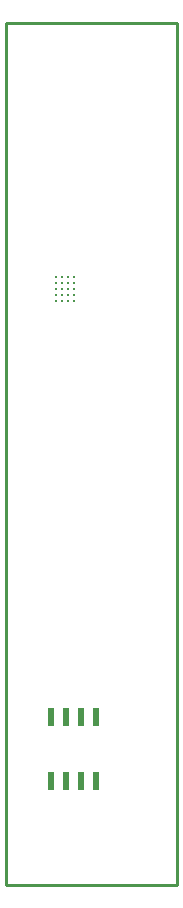
<source format=gtp>
G75*
G70*
%OFA0B0*%
%FSLAX24Y24*%
%IPPOS*%
%LPD*%
%AMOC8*
5,1,8,0,0,1.08239X$1,22.5*
%
%ADD10C,0.0100*%
%ADD11C,0.0098*%
%ADD12R,0.0236X0.0610*%
D10*
X000151Y000151D02*
X000151Y028891D01*
X005860Y028891D01*
X005860Y000151D01*
X000151Y000151D01*
D11*
X001820Y019628D03*
X001820Y019824D03*
X001820Y020021D03*
X001820Y020218D03*
X001820Y020415D03*
X002017Y020415D03*
X002017Y020218D03*
X002017Y020021D03*
X002017Y019824D03*
X002017Y019628D03*
X002214Y019628D03*
X002214Y019824D03*
X002214Y020021D03*
X002214Y020218D03*
X002214Y020415D03*
X002411Y020415D03*
X002411Y020218D03*
X002411Y020021D03*
X002411Y019824D03*
X002411Y019628D03*
D12*
X002169Y005746D03*
X002169Y003620D03*
X002669Y003620D03*
X002669Y005746D03*
X003169Y005746D03*
X003169Y003620D03*
X001669Y003620D03*
X001669Y005746D03*
M02*

</source>
